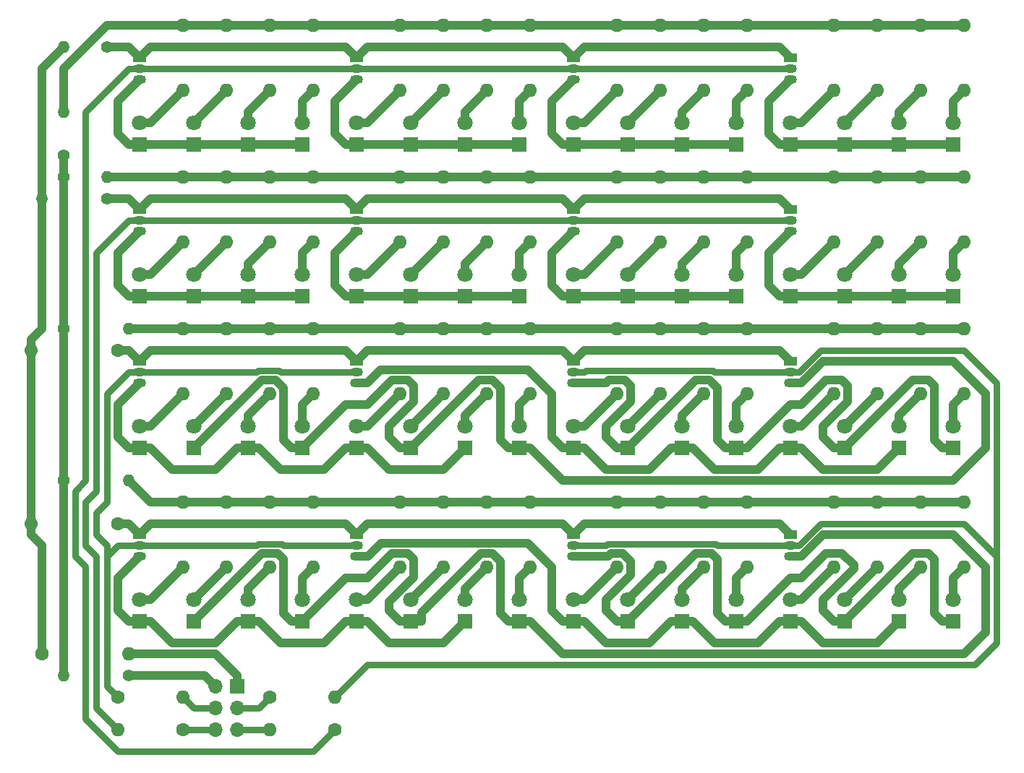
<source format=gbr>
%TF.GenerationSoftware,KiCad,Pcbnew,7.0.10*%
%TF.CreationDate,2024-01-22T13:45:31-05:00*%
%TF.ProjectId,LED_array,4c45445f-6172-4726-9179-2e6b69636164,rev?*%
%TF.SameCoordinates,Original*%
%TF.FileFunction,Copper,L1,Top*%
%TF.FilePolarity,Positive*%
%FSLAX46Y46*%
G04 Gerber Fmt 4.6, Leading zero omitted, Abs format (unit mm)*
G04 Created by KiCad (PCBNEW 7.0.10) date 2024-01-22 13:45:31*
%MOMM*%
%LPD*%
G01*
G04 APERTURE LIST*
%TA.AperFunction,ComponentPad*%
%ADD10O,1.400000X1.400000*%
%TD*%
%TA.AperFunction,ComponentPad*%
%ADD11C,1.400000*%
%TD*%
%TA.AperFunction,ComponentPad*%
%ADD12C,1.600000*%
%TD*%
%TA.AperFunction,ComponentPad*%
%ADD13O,1.600000X1.600000*%
%TD*%
%TA.AperFunction,ComponentPad*%
%ADD14R,1.800000X1.800000*%
%TD*%
%TA.AperFunction,ComponentPad*%
%ADD15C,1.800000*%
%TD*%
%TA.AperFunction,ComponentPad*%
%ADD16R,1.500000X1.050000*%
%TD*%
%TA.AperFunction,ComponentPad*%
%ADD17O,1.500000X1.050000*%
%TD*%
%TA.AperFunction,ComponentPad*%
%ADD18R,1.700000X1.700000*%
%TD*%
%TA.AperFunction,ComponentPad*%
%ADD19O,1.700000X1.700000*%
%TD*%
%TA.AperFunction,ViaPad*%
%ADD20C,0.800000*%
%TD*%
%TA.AperFunction,Conductor*%
%ADD21C,1.000000*%
%TD*%
%TA.AperFunction,Conductor*%
%ADD22C,0.800000*%
%TD*%
G04 APERTURE END LIST*
D10*
%TO.P,R9,2*%
%TO.N,3.3V_3*%
X41910000Y-76200000D03*
D11*
%TO.P,R9,1*%
%TO.N,3.3V*%
X34290000Y-76200000D03*
%TD*%
%TO.P,R6,1*%
%TO.N,3.3V*%
X34290000Y-40640000D03*
D10*
%TO.P,R6,2*%
%TO.N,3.3V_2*%
X39370000Y-40640000D03*
%TD*%
D12*
%TO.P,R10,1*%
%TO.N,GND2*%
X31750000Y-96520000D03*
D13*
%TO.P,R10,2*%
%TO.N,Net-(J1-Pin_1)*%
X41910000Y-96520000D03*
%TD*%
D12*
%TO.P,R14,1*%
%TO.N,GND*%
X40640000Y-81280000D03*
D13*
%TO.P,R14,2*%
%TO.N,GND2*%
X30480000Y-81280000D03*
%TD*%
D12*
%TO.P,R13,1*%
%TO.N,GND*%
X40640000Y-60960000D03*
D13*
%TO.P,R13,2*%
%TO.N,GND2*%
X30480000Y-60960000D03*
%TD*%
D10*
%TO.P,R12,2*%
%TO.N,GND2*%
X31750000Y-43180000D03*
D11*
%TO.P,R12,1*%
%TO.N,GND*%
X39370000Y-43180000D03*
%TD*%
%TO.P,R11,1*%
%TO.N,GND*%
X39370000Y-25400000D03*
D10*
%TO.P,R11,2*%
%TO.N,GND2*%
X34290000Y-25400000D03*
%TD*%
D11*
%TO.P,R7,1*%
%TO.N,3.3V*%
X34290000Y-58420000D03*
D10*
%TO.P,R7,2*%
%TO.N,3.3V_3*%
X41910000Y-58420000D03*
%TD*%
D11*
%TO.P,R5,1*%
%TO.N,3.3V*%
X34290000Y-38100000D03*
D10*
%TO.P,R5,2*%
%TO.N,3.3V_1*%
X34290000Y-33020000D03*
%TD*%
%TO.P,R8,2*%
%TO.N,3.3V*%
X34290000Y-99060000D03*
D11*
%TO.P,R8,1*%
%TO.N,Net-(J1-Pin_2)*%
X41910000Y-99060000D03*
%TD*%
D12*
%TO.P,R2,1*%
%TO.N,Net-(J1-Pin_6)*%
X48260000Y-105410000D03*
D13*
%TO.P,R2,2*%
%TO.N,PWM2*%
X40640000Y-105410000D03*
%TD*%
%TO.P,R1103,1*%
%TO.N,3.3V_2*%
X134620000Y-40640000D03*
%TO.P,R1103,2*%
%TO.N,Net-(D1103-A)*%
X134620000Y-48260000D03*
%TD*%
D12*
%TO.P,R1,1*%
%TO.N,PWM1*%
X66040000Y-105410000D03*
D13*
%TO.P,R1,2*%
%TO.N,Net-(J1-Pin_5)*%
X58420000Y-105410000D03*
%TD*%
%TO.P,R801,1*%
%TO.N,3.3V_2*%
X48260000Y-40640000D03*
%TO.P,R801,2*%
%TO.N,Net-(D801-A)*%
X48260000Y-48260000D03*
%TD*%
%TO.P,R901,1*%
%TO.N,3.3V_2*%
X73660000Y-40640000D03*
%TO.P,R901,2*%
%TO.N,Net-(D901-A)*%
X73660000Y-48260000D03*
%TD*%
D14*
%TO.P,D504,1,K*%
%TO.N,Net-(D501-K)*%
X113030000Y-36830000D03*
D15*
%TO.P,D504,2,A*%
%TO.N,Net-(D504-A)*%
X113030000Y-34290000D03*
%TD*%
D13*
%TO.P,R1602,1*%
%TO.N,3.3V_3*%
X109220000Y-78740000D03*
%TO.P,R1602,2*%
%TO.N,Net-(D1602-A)*%
X109220000Y-86360000D03*
%TD*%
%TO.P,R1803,1*%
%TO.N,3.3V_3*%
X78740000Y-58420000D03*
%TO.P,R1803,2*%
%TO.N,Net-(D1803-A)*%
X78740000Y-66040000D03*
%TD*%
D14*
%TO.P,D1504,1,K*%
%TO.N,Net-(D1501-K)*%
X81280000Y-92710000D03*
D15*
%TO.P,D1504,2,A*%
%TO.N,Net-(D1504-A)*%
X81280000Y-90170000D03*
%TD*%
D13*
%TO.P,R1403,1*%
%TO.N,3.3V_3*%
X124460000Y-58420000D03*
%TO.P,R1403,2*%
%TO.N,Net-(D1403-A)*%
X124460000Y-66040000D03*
%TD*%
D14*
%TO.P,D1004,1,K*%
%TO.N,Net-(D1001-K)*%
X113030000Y-54610000D03*
D15*
%TO.P,D1004,2,A*%
%TO.N,Net-(D1004-A)*%
X113030000Y-52070000D03*
%TD*%
D13*
%TO.P,R1003,1*%
%TO.N,3.3V_2*%
X109220000Y-40640000D03*
%TO.P,R1003,2*%
%TO.N,Net-(D1003-A)*%
X109220000Y-48260000D03*
%TD*%
%TO.P,R1802,1*%
%TO.N,3.3V_3*%
X63500000Y-58420000D03*
%TO.P,R1802,2*%
%TO.N,Net-(D1802-A)*%
X63500000Y-66040000D03*
%TD*%
%TO.P,R2003,1*%
%TO.N,3.3V_3*%
X78740000Y-78740000D03*
%TO.P,R2003,2*%
%TO.N,Net-(D2003-A)*%
X78740000Y-86360000D03*
%TD*%
D14*
%TO.P,D404,1,K*%
%TO.N,Net-(D401-K)*%
X87630000Y-36830000D03*
D15*
%TO.P,D404,2,A*%
%TO.N,Net-(D404-A)*%
X87630000Y-34290000D03*
%TD*%
D14*
%TO.P,D1302,1,K*%
%TO.N,Net-(D1301-K)*%
X55880000Y-72390000D03*
D15*
%TO.P,D1302,2,A*%
%TO.N,Net-(D1302-A)*%
X55880000Y-69850000D03*
%TD*%
D14*
%TO.P,D1603,1,K*%
%TO.N,Net-(D1601-K)*%
X119380000Y-92710000D03*
D15*
%TO.P,D1603,2,A*%
%TO.N,Net-(D1603-A)*%
X119380000Y-90170000D03*
%TD*%
D14*
%TO.P,D802,1,K*%
%TO.N,Net-(D801-K)*%
X49530000Y-54610000D03*
D15*
%TO.P,D802,2,A*%
%TO.N,Net-(D802-A)*%
X49530000Y-52070000D03*
%TD*%
D14*
%TO.P,D804,1,K*%
%TO.N,Net-(D801-K)*%
X62230000Y-54610000D03*
D15*
%TO.P,D804,2,A*%
%TO.N,Net-(D804-A)*%
X62230000Y-52070000D03*
%TD*%
D14*
%TO.P,D1904,1,K*%
%TO.N,Net-(D1901-K)*%
X138430000Y-72390000D03*
D15*
%TO.P,D1904,2,A*%
%TO.N,Net-(D1904-A)*%
X138430000Y-69850000D03*
%TD*%
D13*
%TO.P,R903,1*%
%TO.N,3.3V_2*%
X83820000Y-40640000D03*
%TO.P,R903,2*%
%TO.N,Net-(D903-A)*%
X83820000Y-48260000D03*
%TD*%
%TO.P,R503,1*%
%TO.N,3.3V_1*%
X109220000Y-22850000D03*
%TO.P,R503,2*%
%TO.N,Net-(D503-A)*%
X109220000Y-30470000D03*
%TD*%
%TO.P,R1902,1*%
%TO.N,3.3V_3*%
X114300000Y-58430000D03*
%TO.P,R1902,2*%
%TO.N,Net-(D1902-A)*%
X114300000Y-66050000D03*
%TD*%
%TO.P,R1804,1*%
%TO.N,3.3V_3*%
X88900000Y-58420000D03*
%TO.P,R1804,2*%
%TO.N,Net-(D1804-A)*%
X88900000Y-66040000D03*
%TD*%
%TO.P,R303,1*%
%TO.N,3.3V_1*%
X58420000Y-22860000D03*
%TO.P,R303,2*%
%TO.N,Net-(D303-A)*%
X58420000Y-30480000D03*
%TD*%
D16*
%TO.P,Q1801,1,E*%
%TO.N,GND*%
X119380000Y-62230000D03*
D17*
%TO.P,Q1801,2,B*%
%TO.N,PWM4*%
X119380000Y-63500000D03*
%TO.P,Q1801,3,C*%
%TO.N,Net-(D1801-K)*%
X119380000Y-64770000D03*
%TD*%
D13*
%TO.P,R1303,1*%
%TO.N,3.3V_3*%
X73660000Y-58420000D03*
%TO.P,R1303,2*%
%TO.N,Net-(D1303-A)*%
X73660000Y-66040000D03*
%TD*%
D12*
%TO.P,R4,1*%
%TO.N,Net-(J1-Pin_3)*%
X58420000Y-101615000D03*
D13*
%TO.P,R4,2*%
%TO.N,PWM4*%
X66040000Y-101615000D03*
%TD*%
%TO.P,R301,1*%
%TO.N,3.3V_1*%
X48260000Y-22860000D03*
%TO.P,R301,2*%
%TO.N,Net-(D301-A)*%
X48260000Y-30480000D03*
%TD*%
D14*
%TO.P,D302,1,K*%
%TO.N,Net-(D301-K)*%
X49530000Y-36830000D03*
D15*
%TO.P,D302,2,A*%
%TO.N,Net-(D302-A)*%
X49530000Y-34290000D03*
%TD*%
D14*
%TO.P,D1804,1,K*%
%TO.N,Net-(D1801-K)*%
X87630000Y-72390000D03*
D15*
%TO.P,D1804,2,A*%
%TO.N,Net-(D1804-A)*%
X87630000Y-69850000D03*
%TD*%
D13*
%TO.P,R304,1*%
%TO.N,3.3V_1*%
X63500000Y-22860000D03*
%TO.P,R304,2*%
%TO.N,Net-(D304-A)*%
X63500000Y-30480000D03*
%TD*%
%TO.P,R1903,1*%
%TO.N,3.3V_3*%
X129540000Y-58420000D03*
%TO.P,R1903,2*%
%TO.N,Net-(D1903-A)*%
X129540000Y-66040000D03*
%TD*%
D14*
%TO.P,D1102,1,K*%
%TO.N,Net-(D1101-K)*%
X125730000Y-54610000D03*
D15*
%TO.P,D1102,2,A*%
%TO.N,Net-(D1102-A)*%
X125730000Y-52070000D03*
%TD*%
D13*
%TO.P,R804,1*%
%TO.N,3.3V_2*%
X63500000Y-40640000D03*
%TO.P,R804,2*%
%TO.N,Net-(D804-A)*%
X63500000Y-48260000D03*
%TD*%
%TO.P,R1601,1*%
%TO.N,3.3V_3*%
X99060000Y-78740000D03*
%TO.P,R1601,2*%
%TO.N,Net-(D1601-A)*%
X99060000Y-86360000D03*
%TD*%
%TO.P,R1304,1*%
%TO.N,3.3V_3*%
X83820000Y-58420000D03*
%TO.P,R1304,2*%
%TO.N,Net-(D1304-A)*%
X83820000Y-66040000D03*
%TD*%
D14*
%TO.P,D304,1,K*%
%TO.N,Net-(D301-K)*%
X62230000Y-36830000D03*
D15*
%TO.P,D304,2,A*%
%TO.N,Net-(D304-A)*%
X62230000Y-34290000D03*
%TD*%
D13*
%TO.P,R1002,1*%
%TO.N,3.3V_2*%
X104140000Y-40640000D03*
%TO.P,R1002,2*%
%TO.N,Net-(D1002-A)*%
X104140000Y-48260000D03*
%TD*%
D14*
%TO.P,D601,1,K*%
%TO.N,Net-(D601-K)*%
X119380000Y-36830000D03*
D15*
%TO.P,D601,2,A*%
%TO.N,Net-(D601-A)*%
X119380000Y-34290000D03*
%TD*%
D13*
%TO.P,R1302,1*%
%TO.N,3.3V_3*%
X58420000Y-58420000D03*
%TO.P,R1302,2*%
%TO.N,Net-(D1302-A)*%
X58420000Y-66040000D03*
%TD*%
D14*
%TO.P,D904,1,K*%
%TO.N,Net-(D901-K)*%
X87630000Y-54610000D03*
D15*
%TO.P,D904,2,A*%
%TO.N,Net-(D904-A)*%
X87630000Y-52070000D03*
%TD*%
D16*
%TO.P,Q901,1,E*%
%TO.N,GND*%
X68580000Y-44450000D03*
D17*
%TO.P,Q901,2,B*%
%TO.N,PWM2*%
X68580000Y-45720000D03*
%TO.P,Q901,3,C*%
%TO.N,Net-(D901-K)*%
X68580000Y-46990000D03*
%TD*%
D14*
%TO.P,D2003,1,K*%
%TO.N,Net-(D2001-K)*%
X74930000Y-92710000D03*
D15*
%TO.P,D2003,2,A*%
%TO.N,Net-(D2003-A)*%
X74930000Y-90170000D03*
%TD*%
D13*
%TO.P,R904,1*%
%TO.N,3.3V_2*%
X88900000Y-40640000D03*
%TO.P,R904,2*%
%TO.N,Net-(D904-A)*%
X88900000Y-48260000D03*
%TD*%
%TO.P,R403,1*%
%TO.N,3.3V_1*%
X83820000Y-22860000D03*
%TO.P,R403,2*%
%TO.N,Net-(D403-A)*%
X83820000Y-30480000D03*
%TD*%
%TO.P,R1102,1*%
%TO.N,3.3V_2*%
X129540000Y-40640000D03*
%TO.P,R1102,2*%
%TO.N,Net-(D1102-A)*%
X129540000Y-48260000D03*
%TD*%
D14*
%TO.P,D1803,1,K*%
%TO.N,Net-(D1801-K)*%
X74930000Y-72390000D03*
D15*
%TO.P,D1803,2,A*%
%TO.N,Net-(D1803-A)*%
X74930000Y-69850000D03*
%TD*%
D14*
%TO.P,D1101,1,K*%
%TO.N,Net-(D1101-K)*%
X119380000Y-54610000D03*
D15*
%TO.P,D1101,2,A*%
%TO.N,Net-(D1101-A)*%
X119380000Y-52070000D03*
%TD*%
D14*
%TO.P,D401,1,K*%
%TO.N,Net-(D401-K)*%
X68580000Y-36830000D03*
D15*
%TO.P,D401,2,A*%
%TO.N,Net-(D401-A)*%
X68580000Y-34290000D03*
%TD*%
D13*
%TO.P,R1301,1*%
%TO.N,3.3V_3*%
X48260000Y-58420000D03*
%TO.P,R1301,2*%
%TO.N,Net-(D1301-A)*%
X48260000Y-66040000D03*
%TD*%
%TO.P,R601,1*%
%TO.N,3.3V_1*%
X124460000Y-22850000D03*
%TO.P,R601,2*%
%TO.N,Net-(D601-A)*%
X124460000Y-30470000D03*
%TD*%
D14*
%TO.P,D801,1,K*%
%TO.N,Net-(D801-K)*%
X43180000Y-54610000D03*
D15*
%TO.P,D801,2,A*%
%TO.N,Net-(D801-A)*%
X43180000Y-52070000D03*
%TD*%
D13*
%TO.P,R1503,1*%
%TO.N,3.3V_3*%
X73660000Y-78740000D03*
%TO.P,R1503,2*%
%TO.N,Net-(D1503-A)*%
X73660000Y-86360000D03*
%TD*%
D16*
%TO.P,Q501,1,E*%
%TO.N,GND*%
X93980000Y-26660000D03*
D17*
%TO.P,Q501,2,B*%
%TO.N,PWM1*%
X93980000Y-27930000D03*
%TO.P,Q501,3,C*%
%TO.N,Net-(D501-K)*%
X93980000Y-29200000D03*
%TD*%
D16*
%TO.P,Q801,1,E*%
%TO.N,GND*%
X43180000Y-44450000D03*
D17*
%TO.P,Q801,2,B*%
%TO.N,PWM2*%
X43180000Y-45720000D03*
%TO.P,Q801,3,C*%
%TO.N,Net-(D801-K)*%
X43180000Y-46990000D03*
%TD*%
D12*
%TO.P,R3,1*%
%TO.N,PWM3*%
X40620000Y-101615000D03*
D13*
%TO.P,R3,2*%
%TO.N,Net-(J1-Pin_4)*%
X48240000Y-101615000D03*
%TD*%
D14*
%TO.P,D2103,1,K*%
%TO.N,Net-(D2101-K)*%
X125730000Y-92710000D03*
D15*
%TO.P,D2103,2,A*%
%TO.N,Net-(D2103-A)*%
X125730000Y-90170000D03*
%TD*%
D13*
%TO.P,R2101,1*%
%TO.N,3.3V_3*%
X104140000Y-78740000D03*
%TO.P,R2101,2*%
%TO.N,Net-(D2101-A)*%
X104140000Y-86360000D03*
%TD*%
D16*
%TO.P,Q1401,1,E*%
%TO.N,GND*%
X68580000Y-62230000D03*
D17*
%TO.P,Q1401,2,B*%
%TO.N,PWM3*%
X68580000Y-63500000D03*
%TO.P,Q1401,3,C*%
%TO.N,Net-(D1401-K)*%
X68580000Y-64770000D03*
%TD*%
D14*
%TO.P,D403,1,K*%
%TO.N,Net-(D401-K)*%
X81280000Y-36830000D03*
D15*
%TO.P,D403,2,A*%
%TO.N,Net-(D403-A)*%
X81280000Y-34290000D03*
%TD*%
D16*
%TO.P,Q301,1,E*%
%TO.N,GND*%
X43180000Y-26670000D03*
D17*
%TO.P,Q301,2,B*%
%TO.N,PWM1*%
X43180000Y-27940000D03*
%TO.P,Q301,3,C*%
%TO.N,Net-(D301-K)*%
X43180000Y-29210000D03*
%TD*%
D14*
%TO.P,D2002,1,K*%
%TO.N,Net-(D2001-K)*%
X62230000Y-92710000D03*
D15*
%TO.P,D2002,2,A*%
%TO.N,Net-(D2002-A)*%
X62230000Y-90170000D03*
%TD*%
D14*
%TO.P,D303,1,K*%
%TO.N,Net-(D301-K)*%
X55880000Y-36830000D03*
D15*
%TO.P,D303,2,A*%
%TO.N,Net-(D303-A)*%
X55880000Y-34290000D03*
%TD*%
D14*
%TO.P,D1304,1,K*%
%TO.N,Net-(D1301-K)*%
X81280000Y-72390000D03*
D15*
%TO.P,D1304,2,A*%
%TO.N,Net-(D1304-A)*%
X81280000Y-69850000D03*
%TD*%
D14*
%TO.P,D1903,1,K*%
%TO.N,Net-(D1901-K)*%
X125730000Y-72390000D03*
D15*
%TO.P,D1903,2,A*%
%TO.N,Net-(D1903-A)*%
X125730000Y-69850000D03*
%TD*%
D13*
%TO.P,R603,1*%
%TO.N,3.3V_1*%
X134620000Y-22850000D03*
%TO.P,R603,2*%
%TO.N,Net-(D603-A)*%
X134620000Y-30470000D03*
%TD*%
D14*
%TO.P,D1802,1,K*%
%TO.N,Net-(D1801-K)*%
X62230000Y-72390000D03*
D15*
%TO.P,D1802,2,A*%
%TO.N,Net-(D1802-A)*%
X62230000Y-69850000D03*
%TD*%
D14*
%TO.P,D903,1,K*%
%TO.N,Net-(D901-K)*%
X81280000Y-54610000D03*
D15*
%TO.P,D903,2,A*%
%TO.N,Net-(D903-A)*%
X81280000Y-52070000D03*
%TD*%
D14*
%TO.P,D1801,1,K*%
%TO.N,Net-(D1801-K)*%
X49530000Y-72390000D03*
D15*
%TO.P,D1801,2,A*%
%TO.N,Net-(D1801-A)*%
X49530000Y-69850000D03*
%TD*%
D14*
%TO.P,D603,1,K*%
%TO.N,Net-(D601-K)*%
X132080000Y-36830000D03*
D15*
%TO.P,D603,2,A*%
%TO.N,Net-(D603-A)*%
X132080000Y-34290000D03*
%TD*%
D14*
%TO.P,D1403,1,K*%
%TO.N,Net-(D1401-K)*%
X119380000Y-72390000D03*
D15*
%TO.P,D1403,2,A*%
%TO.N,Net-(D1403-A)*%
X119380000Y-69850000D03*
%TD*%
D13*
%TO.P,R401,1*%
%TO.N,3.3V_1*%
X73660000Y-22860000D03*
%TO.P,R401,2*%
%TO.N,Net-(D401-A)*%
X73660000Y-30480000D03*
%TD*%
D14*
%TO.P,D1303,1,K*%
%TO.N,Net-(D1301-K)*%
X68580000Y-72390000D03*
D15*
%TO.P,D1303,2,A*%
%TO.N,Net-(D1303-A)*%
X68580000Y-69850000D03*
%TD*%
D14*
%TO.P,D2101,1,K*%
%TO.N,Net-(D2101-K)*%
X100330000Y-92710000D03*
D15*
%TO.P,D2101,2,A*%
%TO.N,Net-(D2101-A)*%
X100330000Y-90170000D03*
%TD*%
D13*
%TO.P,R404,1*%
%TO.N,3.3V_1*%
X88900000Y-22860000D03*
%TO.P,R404,2*%
%TO.N,Net-(D404-A)*%
X88900000Y-30480000D03*
%TD*%
D16*
%TO.P,Q601,1,E*%
%TO.N,GND*%
X119380000Y-26660000D03*
D17*
%TO.P,Q601,2,B*%
%TO.N,PWM1*%
X119380000Y-27930000D03*
%TO.P,Q601,3,C*%
%TO.N,Net-(D601-K)*%
X119380000Y-29200000D03*
%TD*%
D13*
%TO.P,R604,1*%
%TO.N,3.3V_1*%
X139700000Y-22850000D03*
%TO.P,R604,2*%
%TO.N,Net-(D604-A)*%
X139700000Y-30470000D03*
%TD*%
D16*
%TO.P,Q1101,1,E*%
%TO.N,GND*%
X119380000Y-44450000D03*
D17*
%TO.P,Q1101,2,B*%
%TO.N,PWM2*%
X119380000Y-45720000D03*
%TO.P,Q1101,3,C*%
%TO.N,Net-(D1101-K)*%
X119380000Y-46990000D03*
%TD*%
D13*
%TO.P,R302,1*%
%TO.N,3.3V_1*%
X53340000Y-22860000D03*
%TO.P,R302,2*%
%TO.N,Net-(D302-A)*%
X53340000Y-30480000D03*
%TD*%
D14*
%TO.P,D1501,1,K*%
%TO.N,Net-(D1501-K)*%
X43180000Y-92710000D03*
D15*
%TO.P,D1501,2,A*%
%TO.N,Net-(D1501-A)*%
X43180000Y-90170000D03*
%TD*%
D14*
%TO.P,D1502,1,K*%
%TO.N,Net-(D1501-K)*%
X55880000Y-92710000D03*
D15*
%TO.P,D1502,2,A*%
%TO.N,Net-(D1502-A)*%
X55880000Y-90170000D03*
%TD*%
D13*
%TO.P,R1801,1*%
%TO.N,3.3V_3*%
X53340000Y-58420000D03*
%TO.P,R1801,2*%
%TO.N,Net-(D1801-A)*%
X53340000Y-66040000D03*
%TD*%
D14*
%TO.P,D301,1,K*%
%TO.N,Net-(D301-K)*%
X43180000Y-36830000D03*
D15*
%TO.P,D301,2,A*%
%TO.N,Net-(D301-A)*%
X43180000Y-34290000D03*
%TD*%
D14*
%TO.P,D604,1,K*%
%TO.N,Net-(D601-K)*%
X138430000Y-36830000D03*
D15*
%TO.P,D604,2,A*%
%TO.N,Net-(D604-A)*%
X138430000Y-34290000D03*
%TD*%
D14*
%TO.P,D1301,1,K*%
%TO.N,Net-(D1301-K)*%
X43180000Y-72390000D03*
D15*
%TO.P,D1301,2,A*%
%TO.N,Net-(D1301-A)*%
X43180000Y-69850000D03*
%TD*%
D14*
%TO.P,D503,1,K*%
%TO.N,Net-(D501-K)*%
X106680000Y-36830000D03*
D15*
%TO.P,D503,2,A*%
%TO.N,Net-(D503-A)*%
X106680000Y-34290000D03*
%TD*%
D13*
%TO.P,R1104,1*%
%TO.N,3.3V_2*%
X139700000Y-40640000D03*
%TO.P,R1104,2*%
%TO.N,Net-(D1104-A)*%
X139700000Y-48260000D03*
%TD*%
D14*
%TO.P,D803,1,K*%
%TO.N,Net-(D801-K)*%
X55880000Y-54610000D03*
D15*
%TO.P,D803,2,A*%
%TO.N,Net-(D803-A)*%
X55880000Y-52070000D03*
%TD*%
D14*
%TO.P,D1002,1,K*%
%TO.N,Net-(D1001-K)*%
X100330000Y-54610000D03*
D15*
%TO.P,D1002,2,A*%
%TO.N,Net-(D1002-A)*%
X100330000Y-52070000D03*
%TD*%
D14*
%TO.P,D1003,1,K*%
%TO.N,Net-(D1001-K)*%
X106680000Y-54610000D03*
D15*
%TO.P,D1003,2,A*%
%TO.N,Net-(D1003-A)*%
X106680000Y-52070000D03*
%TD*%
D14*
%TO.P,D602,1,K*%
%TO.N,Net-(D601-K)*%
X125730000Y-36830000D03*
D15*
%TO.P,D602,2,A*%
%TO.N,Net-(D602-A)*%
X125730000Y-34290000D03*
%TD*%
D14*
%TO.P,D1602,1,K*%
%TO.N,Net-(D1601-K)*%
X106680000Y-92710000D03*
D15*
%TO.P,D1602,2,A*%
%TO.N,Net-(D1602-A)*%
X106680000Y-90170000D03*
%TD*%
D13*
%TO.P,R1504,1*%
%TO.N,3.3V_3*%
X83820000Y-78740000D03*
%TO.P,R1504,2*%
%TO.N,Net-(D1504-A)*%
X83820000Y-86360000D03*
%TD*%
%TO.P,R1004,1*%
%TO.N,3.3V_2*%
X114300000Y-40640000D03*
%TO.P,R1004,2*%
%TO.N,Net-(D1004-A)*%
X114300000Y-48260000D03*
%TD*%
%TO.P,R1402,1*%
%TO.N,3.3V_3*%
X109220000Y-58420000D03*
%TO.P,R1402,2*%
%TO.N,Net-(D1402-A)*%
X109220000Y-66040000D03*
%TD*%
D14*
%TO.P,D1402,1,K*%
%TO.N,Net-(D1401-K)*%
X106680000Y-72390000D03*
D15*
%TO.P,D1402,2,A*%
%TO.N,Net-(D1402-A)*%
X106680000Y-69850000D03*
%TD*%
D16*
%TO.P,Q401,1,E*%
%TO.N,GND*%
X68580000Y-26670000D03*
D17*
%TO.P,Q401,2,B*%
%TO.N,PWM1*%
X68580000Y-27940000D03*
%TO.P,Q401,3,C*%
%TO.N,Net-(D401-K)*%
X68580000Y-29210000D03*
%TD*%
D18*
%TO.P,J1,1,Pin_1*%
%TO.N,Net-(J1-Pin_1)*%
X54610000Y-100345000D03*
D19*
%TO.P,J1,2,Pin_2*%
%TO.N,Net-(J1-Pin_2)*%
X52070000Y-100345000D03*
%TO.P,J1,3,Pin_3*%
%TO.N,Net-(J1-Pin_3)*%
X54610000Y-102885000D03*
%TO.P,J1,4,Pin_4*%
%TO.N,Net-(J1-Pin_4)*%
X52070000Y-102885000D03*
%TO.P,J1,5,Pin_5*%
%TO.N,Net-(J1-Pin_5)*%
X54610000Y-105425000D03*
%TO.P,J1,6,Pin_6*%
%TO.N,Net-(J1-Pin_6)*%
X52070000Y-105425000D03*
%TD*%
D14*
%TO.P,D1901,1,K*%
%TO.N,Net-(D1901-K)*%
X100330000Y-72390000D03*
D15*
%TO.P,D1901,2,A*%
%TO.N,Net-(D1901-A)*%
X100330000Y-69850000D03*
%TD*%
D14*
%TO.P,D1001,1,K*%
%TO.N,Net-(D1001-K)*%
X93980000Y-54610000D03*
D15*
%TO.P,D1001,2,A*%
%TO.N,Net-(D1001-A)*%
X93980000Y-52070000D03*
%TD*%
D13*
%TO.P,R602,1*%
%TO.N,3.3V_1*%
X129540000Y-22850000D03*
%TO.P,R602,2*%
%TO.N,Net-(D602-A)*%
X129540000Y-30470000D03*
%TD*%
D14*
%TO.P,D2104,1,K*%
%TO.N,Net-(D2101-K)*%
X138430000Y-92710000D03*
D15*
%TO.P,D2104,2,A*%
%TO.N,Net-(D2104-A)*%
X138430000Y-90170000D03*
%TD*%
D13*
%TO.P,R504,1*%
%TO.N,3.3V_1*%
X114300000Y-22860000D03*
%TO.P,R504,2*%
%TO.N,Net-(D504-A)*%
X114300000Y-30480000D03*
%TD*%
D14*
%TO.P,D2004,1,K*%
%TO.N,Net-(D2001-K)*%
X87630000Y-92710000D03*
D15*
%TO.P,D2004,2,A*%
%TO.N,Net-(D2004-A)*%
X87630000Y-90170000D03*
%TD*%
D13*
%TO.P,R2004,1*%
%TO.N,3.3V_3*%
X88900000Y-78740000D03*
%TO.P,R2004,2*%
%TO.N,Net-(D2004-A)*%
X88900000Y-86360000D03*
%TD*%
%TO.P,R2103,1*%
%TO.N,3.3V_3*%
X129540000Y-78740000D03*
%TO.P,R2103,2*%
%TO.N,Net-(D2103-A)*%
X129540000Y-86360000D03*
%TD*%
D14*
%TO.P,D2001,1,K*%
%TO.N,Net-(D2001-K)*%
X49530000Y-92710000D03*
D15*
%TO.P,D2001,2,A*%
%TO.N,Net-(D2001-A)*%
X49530000Y-90170000D03*
%TD*%
D13*
%TO.P,R1502,1*%
%TO.N,3.3V_3*%
X58420000Y-78740000D03*
%TO.P,R1502,2*%
%TO.N,Net-(D1502-A)*%
X58420000Y-86360000D03*
%TD*%
D14*
%TO.P,D2102,1,K*%
%TO.N,Net-(D2101-K)*%
X113030000Y-92710000D03*
D15*
%TO.P,D2102,2,A*%
%TO.N,Net-(D2102-A)*%
X113030000Y-90170000D03*
%TD*%
D14*
%TO.P,D1401,1,K*%
%TO.N,Net-(D1401-K)*%
X93980000Y-72390000D03*
D15*
%TO.P,D1401,2,A*%
%TO.N,Net-(D1401-A)*%
X93980000Y-69850000D03*
%TD*%
D13*
%TO.P,R1101,1*%
%TO.N,3.3V_2*%
X124460000Y-40640000D03*
%TO.P,R1101,2*%
%TO.N,Net-(D1101-A)*%
X124460000Y-48260000D03*
%TD*%
%TO.P,R1603,1*%
%TO.N,3.3V_3*%
X124460000Y-78740000D03*
%TO.P,R1603,2*%
%TO.N,Net-(D1603-A)*%
X124460000Y-86360000D03*
%TD*%
D16*
%TO.P,Q1901,1,E*%
%TO.N,GND*%
X93980000Y-62230000D03*
D17*
%TO.P,Q1901,2,B*%
%TO.N,PWM4*%
X93980000Y-63500000D03*
%TO.P,Q1901,3,C*%
%TO.N,Net-(D1901-K)*%
X93980000Y-64770000D03*
%TD*%
D13*
%TO.P,R802,1*%
%TO.N,3.3V_2*%
X53340000Y-40640000D03*
%TO.P,R802,2*%
%TO.N,Net-(D802-A)*%
X53340000Y-48260000D03*
%TD*%
D14*
%TO.P,D901,1,K*%
%TO.N,Net-(D901-K)*%
X68580000Y-54610000D03*
D15*
%TO.P,D901,2,A*%
%TO.N,Net-(D901-A)*%
X68580000Y-52070000D03*
%TD*%
D16*
%TO.P,Q1001,1,E*%
%TO.N,GND*%
X93980000Y-44450000D03*
D17*
%TO.P,Q1001,2,B*%
%TO.N,PWM2*%
X93980000Y-45720000D03*
%TO.P,Q1001,3,C*%
%TO.N,Net-(D1001-K)*%
X93980000Y-46990000D03*
%TD*%
D13*
%TO.P,R2104,1*%
%TO.N,3.3V_3*%
X139700000Y-78740000D03*
%TO.P,R2104,2*%
%TO.N,Net-(D2104-A)*%
X139700000Y-86360000D03*
%TD*%
D14*
%TO.P,D1404,1,K*%
%TO.N,Net-(D1401-K)*%
X132080000Y-72390000D03*
D15*
%TO.P,D1404,2,A*%
%TO.N,Net-(D1404-A)*%
X132080000Y-69850000D03*
%TD*%
D14*
%TO.P,D502,1,K*%
%TO.N,Net-(D501-K)*%
X100330000Y-36830000D03*
D15*
%TO.P,D502,2,A*%
%TO.N,Net-(D502-A)*%
X100330000Y-34290000D03*
%TD*%
D13*
%TO.P,R803,1*%
%TO.N,3.3V_2*%
X58420000Y-40640000D03*
%TO.P,R803,2*%
%TO.N,Net-(D803-A)*%
X58420000Y-48260000D03*
%TD*%
%TO.P,R902,1*%
%TO.N,3.3V_2*%
X78740000Y-40640000D03*
%TO.P,R902,2*%
%TO.N,Net-(D902-A)*%
X78740000Y-48260000D03*
%TD*%
D14*
%TO.P,D1103,1,K*%
%TO.N,Net-(D1101-K)*%
X132080000Y-54610000D03*
D15*
%TO.P,D1103,2,A*%
%TO.N,Net-(D1103-A)*%
X132080000Y-52070000D03*
%TD*%
D14*
%TO.P,D501,1,K*%
%TO.N,Net-(D501-K)*%
X93980000Y-36830000D03*
D15*
%TO.P,D501,2,A*%
%TO.N,Net-(D501-A)*%
X93980000Y-34290000D03*
%TD*%
D13*
%TO.P,R2102,1*%
%TO.N,3.3V_3*%
X114300000Y-78740000D03*
%TO.P,R2102,2*%
%TO.N,Net-(D2102-A)*%
X114300000Y-86360000D03*
%TD*%
%TO.P,R501,1*%
%TO.N,3.3V_1*%
X99060000Y-22850000D03*
%TO.P,R501,2*%
%TO.N,Net-(D501-A)*%
X99060000Y-30470000D03*
%TD*%
%TO.P,R1901,1*%
%TO.N,3.3V_3*%
X104140000Y-58420000D03*
%TO.P,R1901,2*%
%TO.N,Net-(D1901-A)*%
X104140000Y-66040000D03*
%TD*%
D14*
%TO.P,D1604,1,K*%
%TO.N,Net-(D1601-K)*%
X132080000Y-92710000D03*
D15*
%TO.P,D1604,2,A*%
%TO.N,Net-(D1604-A)*%
X132080000Y-90170000D03*
%TD*%
D13*
%TO.P,R1501,1*%
%TO.N,3.3V_3*%
X48260000Y-78740000D03*
%TO.P,R1501,2*%
%TO.N,Net-(D1501-A)*%
X48260000Y-86360000D03*
%TD*%
%TO.P,R1404,1*%
%TO.N,3.3V_3*%
X134620000Y-58420000D03*
%TO.P,R1404,2*%
%TO.N,Net-(D1404-A)*%
X134620000Y-66040000D03*
%TD*%
D16*
%TO.P,Q1501,1,E*%
%TO.N,GND*%
X43180000Y-82550000D03*
D17*
%TO.P,Q1501,2,B*%
%TO.N,PWM3*%
X43180000Y-83820000D03*
%TO.P,Q1501,3,C*%
%TO.N,Net-(D1501-K)*%
X43180000Y-85090000D03*
%TD*%
D13*
%TO.P,R1001,1*%
%TO.N,3.3V_2*%
X99060000Y-40640000D03*
%TO.P,R1001,2*%
%TO.N,Net-(D1001-A)*%
X99060000Y-48260000D03*
%TD*%
D16*
%TO.P,Q1301,1,E*%
%TO.N,GND*%
X43180000Y-62230000D03*
D17*
%TO.P,Q1301,2,B*%
%TO.N,PWM3*%
X43180000Y-63500000D03*
%TO.P,Q1301,3,C*%
%TO.N,Net-(D1301-K)*%
X43180000Y-64770000D03*
%TD*%
D13*
%TO.P,R1604,1*%
%TO.N,3.3V_3*%
X134620000Y-78740000D03*
%TO.P,R1604,2*%
%TO.N,Net-(D1604-A)*%
X134620000Y-86360000D03*
%TD*%
D14*
%TO.P,D902,1,K*%
%TO.N,Net-(D901-K)*%
X74930000Y-54610000D03*
D15*
%TO.P,D902,2,A*%
%TO.N,Net-(D902-A)*%
X74930000Y-52070000D03*
%TD*%
D16*
%TO.P,Q2101,1,E*%
%TO.N,GND*%
X93980000Y-82550000D03*
D17*
%TO.P,Q2101,2,B*%
%TO.N,PWM4*%
X93980000Y-83820000D03*
%TO.P,Q2101,3,C*%
%TO.N,Net-(D2101-K)*%
X93980000Y-85090000D03*
%TD*%
D14*
%TO.P,D1601,1,K*%
%TO.N,Net-(D1601-K)*%
X93980000Y-92710000D03*
D15*
%TO.P,D1601,2,A*%
%TO.N,Net-(D1601-A)*%
X93980000Y-90170000D03*
%TD*%
D13*
%TO.P,R1904,1*%
%TO.N,3.3V_3*%
X139700000Y-58420000D03*
%TO.P,R1904,2*%
%TO.N,Net-(D1904-A)*%
X139700000Y-66040000D03*
%TD*%
%TO.P,R1401,1*%
%TO.N,3.3V_3*%
X99060000Y-58420000D03*
%TO.P,R1401,2*%
%TO.N,Net-(D1401-A)*%
X99060000Y-66040000D03*
%TD*%
D14*
%TO.P,D1104,1,K*%
%TO.N,Net-(D1101-K)*%
X138430000Y-54610000D03*
D15*
%TO.P,D1104,2,A*%
%TO.N,Net-(D1104-A)*%
X138430000Y-52070000D03*
%TD*%
D16*
%TO.P,Q1601,1,E*%
%TO.N,GND*%
X68580000Y-82550000D03*
D17*
%TO.P,Q1601,2,B*%
%TO.N,PWM3*%
X68580000Y-83820000D03*
%TO.P,Q1601,3,C*%
%TO.N,Net-(D1601-K)*%
X68580000Y-85090000D03*
%TD*%
D14*
%TO.P,D1503,1,K*%
%TO.N,Net-(D1501-K)*%
X68580000Y-92710000D03*
D15*
%TO.P,D1503,2,A*%
%TO.N,Net-(D1503-A)*%
X68580000Y-90170000D03*
%TD*%
D13*
%TO.P,R2002,1*%
%TO.N,3.3V_3*%
X63500000Y-78740000D03*
%TO.P,R2002,2*%
%TO.N,Net-(D2002-A)*%
X63500000Y-86360000D03*
%TD*%
%TO.P,R502,1*%
%TO.N,3.3V_1*%
X104140000Y-22850000D03*
%TO.P,R502,2*%
%TO.N,Net-(D502-A)*%
X104140000Y-30470000D03*
%TD*%
%TO.P,R402,1*%
%TO.N,3.3V_1*%
X78740000Y-22860000D03*
%TO.P,R402,2*%
%TO.N,Net-(D402-A)*%
X78740000Y-30480000D03*
%TD*%
%TO.P,R2001,1*%
%TO.N,3.3V_3*%
X53340000Y-78740000D03*
%TO.P,R2001,2*%
%TO.N,Net-(D2001-A)*%
X53340000Y-86360000D03*
%TD*%
D14*
%TO.P,D402,1,K*%
%TO.N,Net-(D401-K)*%
X74930000Y-36830000D03*
D15*
%TO.P,D402,2,A*%
%TO.N,Net-(D402-A)*%
X74930000Y-34290000D03*
%TD*%
D16*
%TO.P,Q2001,1,E*%
%TO.N,GND*%
X119380000Y-82550000D03*
D17*
%TO.P,Q2001,2,B*%
%TO.N,PWM4*%
X119380000Y-83820000D03*
%TO.P,Q2001,3,C*%
%TO.N,Net-(D2001-K)*%
X119380000Y-85090000D03*
%TD*%
D14*
%TO.P,D1902,1,K*%
%TO.N,Net-(D1901-K)*%
X113030000Y-72390000D03*
D15*
%TO.P,D1902,2,A*%
%TO.N,Net-(D1902-A)*%
X113030000Y-69850000D03*
%TD*%
D20*
%TO.N,3.3V_3*%
X45720000Y-58420000D03*
X45720000Y-78740000D03*
%TD*%
D21*
%TO.N,3.3V_2*%
X48260000Y-40640000D02*
X39370000Y-40640000D01*
%TO.N,3.3V*%
X34290000Y-38100000D02*
X34290000Y-40640000D01*
%TO.N,3.3V_3*%
X48260000Y-78740000D02*
X45720000Y-78740000D01*
X44450000Y-78740000D02*
X45720000Y-78740000D01*
X41910000Y-76200000D02*
X44450000Y-78740000D01*
X48260000Y-78740000D02*
X139700000Y-78740000D01*
D22*
%TO.N,PWM4*%
X97781623Y-83820000D02*
X93980000Y-83820000D01*
X97941623Y-83660000D02*
X97781623Y-83820000D01*
X110775635Y-83820000D02*
X110615635Y-83660000D01*
X119380000Y-83820000D02*
X110775635Y-83820000D01*
X110615635Y-83660000D02*
X97941623Y-83660000D01*
D21*
%TO.N,Net-(J1-Pin_1)*%
X54610000Y-99060000D02*
X54610000Y-100345000D01*
X52070000Y-96520000D02*
X54610000Y-99060000D01*
X41910000Y-96520000D02*
X52070000Y-96520000D01*
%TO.N,GND2*%
X30480000Y-82550000D02*
X31750000Y-83820000D01*
X30480000Y-59690000D02*
X30480000Y-82550000D01*
X31750000Y-83820000D02*
X31750000Y-96520000D01*
X31750000Y-58420000D02*
X30480000Y-59690000D01*
X31750000Y-43180000D02*
X31750000Y-58420000D01*
%TO.N,GND*%
X41910000Y-81280000D02*
X40640000Y-81280000D01*
X43180000Y-82550000D02*
X41910000Y-81280000D01*
D22*
%TO.N,PWM1*%
X41910000Y-27940000D02*
X43180000Y-27940000D01*
X36830000Y-33020000D02*
X41910000Y-27940000D01*
X36830000Y-76230000D02*
X36830000Y-33020000D01*
X35590000Y-77470000D02*
X36830000Y-76230000D01*
X36830000Y-86330000D02*
X35590000Y-85090000D01*
X36830000Y-104140000D02*
X36830000Y-86330000D01*
X40640000Y-107950000D02*
X36830000Y-104140000D01*
X35590000Y-85090000D02*
X35590000Y-77470000D01*
X63500000Y-107950000D02*
X40640000Y-107950000D01*
X66040000Y-105410000D02*
X63500000Y-107950000D01*
%TO.N,PWM2*%
X38100000Y-77470000D02*
X38100000Y-49530000D01*
X36830000Y-83820000D02*
X36830000Y-78740000D01*
X36830000Y-78740000D02*
X38100000Y-77470000D01*
X38100000Y-85090000D02*
X36830000Y-83820000D01*
X38100000Y-102870000D02*
X38100000Y-85090000D01*
X41910000Y-45720000D02*
X43180000Y-45720000D01*
X40640000Y-105410000D02*
X38100000Y-102870000D01*
X38100000Y-49530000D02*
X41910000Y-45720000D01*
%TO.N,PWM3*%
X39370000Y-83820000D02*
X39370000Y-85090000D01*
X38100000Y-82550000D02*
X39370000Y-83820000D01*
X38100000Y-80010000D02*
X38100000Y-82550000D01*
X39370000Y-66040000D02*
X39370000Y-78740000D01*
X41910000Y-63500000D02*
X39370000Y-66040000D01*
X43180000Y-63500000D02*
X41910000Y-63500000D01*
X39370000Y-78740000D02*
X38100000Y-80010000D01*
X39370000Y-85090000D02*
X39370000Y-100365000D01*
D21*
%TO.N,GND*%
X41910000Y-60960000D02*
X40640000Y-60960000D01*
X43180000Y-62230000D02*
X41910000Y-60960000D01*
%TO.N,GND2*%
X31750000Y-27940000D02*
X31750000Y-43180000D01*
%TO.N,GND*%
X41910000Y-43180000D02*
X39370000Y-43180000D01*
X43180000Y-44450000D02*
X41910000Y-43180000D01*
%TO.N,GND2*%
X34290000Y-25400000D02*
X31750000Y-27940000D01*
%TO.N,GND*%
X41910000Y-25400000D02*
X39370000Y-25400000D01*
X43180000Y-26670000D02*
X41910000Y-25400000D01*
%TO.N,3.3V_1*%
X34290000Y-27940000D02*
X34290000Y-33020000D01*
X39370000Y-22860000D02*
X34290000Y-27940000D01*
X48260000Y-22860000D02*
X39370000Y-22860000D01*
D22*
%TO.N,PWM4*%
X143510000Y-64770000D02*
X143510000Y-85090000D01*
X139700000Y-60960000D02*
X143510000Y-64770000D01*
D21*
%TO.N,3.3V*%
X34290000Y-78740000D02*
X34290000Y-99060000D01*
%TO.N,Net-(J1-Pin_2)*%
X50785000Y-99060000D02*
X52070000Y-100345000D01*
X41910000Y-99060000D02*
X50785000Y-99060000D01*
%TO.N,3.3V*%
X34290000Y-40640000D02*
X34290000Y-78740000D01*
%TO.N,3.3V_3*%
X48260000Y-58420000D02*
X41910000Y-58420000D01*
%TO.N,Net-(D301-K)*%
X40640000Y-31750000D02*
X43180000Y-29210000D01*
X40640000Y-35560000D02*
X40640000Y-31750000D01*
X43180000Y-36830000D02*
X41910000Y-36830000D01*
X43180000Y-36830000D02*
X62230000Y-36830000D01*
X41910000Y-36830000D02*
X40640000Y-35560000D01*
%TO.N,3.3V_2*%
X48260000Y-40640000D02*
X139700000Y-40640000D01*
%TO.N,3.3V_3*%
X48260000Y-58420000D02*
X139700000Y-58420000D01*
%TO.N,3.3V_1*%
X139690000Y-22860000D02*
X139700000Y-22850000D01*
X48260000Y-22860000D02*
X139690000Y-22860000D01*
%TO.N,Net-(D401-K)*%
X66040000Y-31750000D02*
X66040000Y-35560000D01*
X68580000Y-36830000D02*
X87630000Y-36830000D01*
X67310000Y-36830000D02*
X68580000Y-36830000D01*
X66040000Y-35560000D02*
X67310000Y-36830000D01*
X68580000Y-29210000D02*
X66040000Y-31750000D01*
%TO.N,Net-(D501-K)*%
X93980000Y-29200000D02*
X93980000Y-29210000D01*
X92710000Y-36830000D02*
X93980000Y-36830000D01*
X91440000Y-35560000D02*
X92710000Y-36830000D01*
X91440000Y-31750000D02*
X91440000Y-35560000D01*
X93980000Y-36830000D02*
X113030000Y-36830000D01*
X93980000Y-29210000D02*
X91440000Y-31750000D01*
%TO.N,Net-(D601-K)*%
X116840000Y-31750000D02*
X116840000Y-35560000D01*
X118110000Y-36830000D02*
X119380000Y-36830000D01*
X119380000Y-29210000D02*
X116840000Y-31750000D01*
X119380000Y-29200000D02*
X119380000Y-29210000D01*
X116840000Y-35560000D02*
X118110000Y-36830000D01*
X119380000Y-36830000D02*
X138430000Y-36830000D01*
%TO.N,Net-(D801-K)*%
X43180000Y-54610000D02*
X62230000Y-54610000D01*
X40640000Y-49530000D02*
X43180000Y-46990000D01*
X43180000Y-54610000D02*
X41910000Y-54610000D01*
X40640000Y-53340000D02*
X40640000Y-49530000D01*
X41910000Y-54610000D02*
X40640000Y-53340000D01*
%TO.N,Net-(D901-K)*%
X68580000Y-54610000D02*
X67310000Y-54610000D01*
X66040000Y-49530000D02*
X68580000Y-46990000D01*
X67310000Y-54610000D02*
X66040000Y-53340000D01*
X68580000Y-54610000D02*
X87630000Y-54610000D01*
X66040000Y-53340000D02*
X66040000Y-49530000D01*
%TO.N,Net-(D1001-K)*%
X91440000Y-49530000D02*
X91440000Y-53340000D01*
X93980000Y-54610000D02*
X113030000Y-54610000D01*
X93980000Y-46990000D02*
X91440000Y-49530000D01*
X91440000Y-53340000D02*
X92710000Y-54610000D01*
X92710000Y-54610000D02*
X93980000Y-54610000D01*
%TO.N,Net-(D1101-K)*%
X116840000Y-49530000D02*
X116840000Y-53340000D01*
X118110000Y-54610000D02*
X119380000Y-54610000D01*
X116840000Y-53340000D02*
X118110000Y-54610000D01*
X119380000Y-54610000D02*
X138430000Y-54610000D01*
X119380000Y-46990000D02*
X116840000Y-49530000D01*
%TO.N,Net-(D1301-K)*%
X64770000Y-74930000D02*
X67310000Y-72390000D01*
X46990000Y-74930000D02*
X52070000Y-74930000D01*
X54610000Y-72390000D02*
X57150000Y-72390000D01*
X41910000Y-72390000D02*
X44450000Y-72390000D01*
X72390000Y-74930000D02*
X78740000Y-74930000D01*
X78740000Y-74930000D02*
X81280000Y-72390000D01*
X40640000Y-71120000D02*
X41910000Y-72390000D01*
X69850000Y-72390000D02*
X72390000Y-74930000D01*
X57150000Y-72390000D02*
X59690000Y-74930000D01*
X67310000Y-72390000D02*
X69850000Y-72390000D01*
X43180000Y-64770000D02*
X40640000Y-67310000D01*
X44450000Y-72390000D02*
X46990000Y-74930000D01*
X40640000Y-67310000D02*
X40640000Y-71120000D01*
X59690000Y-74930000D02*
X64770000Y-74930000D01*
X52070000Y-74930000D02*
X54610000Y-72390000D01*
%TO.N,Net-(D1401-K)*%
X110490000Y-74930000D02*
X115570000Y-74930000D01*
X95250000Y-72390000D02*
X97790000Y-74930000D01*
X115570000Y-74930000D02*
X118110000Y-72390000D01*
X97790000Y-74930000D02*
X102870000Y-74930000D01*
X123190000Y-74930000D02*
X129540000Y-74930000D01*
X69850000Y-64770000D02*
X71120000Y-63500000D01*
X107950000Y-72390000D02*
X110490000Y-74930000D01*
X91440000Y-71120000D02*
X91440000Y-66040000D01*
X88640000Y-63240000D02*
X71380000Y-63240000D01*
X93980000Y-72390000D02*
X95250000Y-72390000D01*
X92710000Y-72390000D02*
X91440000Y-71120000D01*
X71380000Y-63240000D02*
X69850000Y-64770000D01*
X68580000Y-64770000D02*
X69850000Y-64770000D01*
X129540000Y-74930000D02*
X132080000Y-72390000D01*
X118110000Y-72390000D02*
X120650000Y-72390000D01*
X102870000Y-74930000D02*
X105410000Y-72390000D01*
X105410000Y-72390000D02*
X107950000Y-72390000D01*
X91440000Y-66040000D02*
X88640000Y-63240000D01*
X93980000Y-72390000D02*
X92710000Y-72390000D01*
X120650000Y-72390000D02*
X123190000Y-74930000D01*
%TO.N,Net-(D1501-K)*%
X43180000Y-92710000D02*
X41910000Y-92710000D01*
X72390000Y-95250000D02*
X78740000Y-95250000D01*
X67310000Y-92710000D02*
X69850000Y-92710000D01*
X57150000Y-92710000D02*
X59690000Y-95250000D01*
X44450000Y-92710000D02*
X46990000Y-95250000D01*
X78740000Y-95250000D02*
X81280000Y-92710000D01*
X54610000Y-92710000D02*
X57150000Y-92710000D01*
X43180000Y-92710000D02*
X44450000Y-92710000D01*
X40640000Y-87630000D02*
X43180000Y-85090000D01*
X46990000Y-95250000D02*
X52070000Y-95250000D01*
X52070000Y-95250000D02*
X54610000Y-92710000D01*
X59690000Y-95250000D02*
X64770000Y-95250000D01*
X69850000Y-92710000D02*
X72390000Y-95250000D01*
X41910000Y-92710000D02*
X40640000Y-91440000D01*
X40640000Y-91440000D02*
X40640000Y-87630000D01*
X64770000Y-95250000D02*
X67310000Y-92710000D01*
%TO.N,Net-(D1601-K)*%
X105410000Y-92710000D02*
X107950000Y-92710000D01*
X93980000Y-92710000D02*
X92710000Y-92710000D01*
X110490000Y-95250000D02*
X115570000Y-95250000D01*
X129540000Y-95250000D02*
X132080000Y-92710000D01*
X120650000Y-92710000D02*
X123190000Y-95250000D01*
X102870000Y-95250000D02*
X105410000Y-92710000D01*
X93980000Y-92710000D02*
X95250000Y-92710000D01*
X115570000Y-95250000D02*
X118110000Y-92710000D01*
X107950000Y-92710000D02*
X110490000Y-95250000D01*
X71410000Y-83560000D02*
X69880000Y-85090000D01*
X88640000Y-83560000D02*
X71410000Y-83560000D01*
X123190000Y-95250000D02*
X129540000Y-95250000D01*
X118110000Y-92710000D02*
X120650000Y-92710000D01*
X92710000Y-92710000D02*
X91440000Y-91440000D01*
X95250000Y-92710000D02*
X97790000Y-95250000D01*
X97790000Y-95250000D02*
X102870000Y-95250000D01*
X69880000Y-85090000D02*
X68580000Y-85090000D01*
X91440000Y-91440000D02*
X91440000Y-86360000D01*
X91440000Y-86360000D02*
X88640000Y-83560000D01*
%TO.N,Net-(D1801-K)*%
X142240000Y-66040000D02*
X142240000Y-72390000D01*
X49530000Y-72390000D02*
X57480000Y-64440000D01*
X69850000Y-67310000D02*
X72720000Y-64440000D01*
X73660000Y-72390000D02*
X74930000Y-72390000D01*
X75260000Y-65100000D02*
X75260000Y-66980000D01*
X57480000Y-64440000D02*
X59082742Y-64440000D01*
X84482742Y-64440000D02*
X85420000Y-65377258D01*
X119380000Y-64770000D02*
X120650000Y-64770000D01*
X120650000Y-64770000D02*
X123190000Y-62230000D01*
X88900000Y-72390000D02*
X87630000Y-72390000D01*
X138430000Y-76200000D02*
X92710000Y-76200000D01*
X72390000Y-71120000D02*
X73660000Y-72390000D01*
X86360000Y-72390000D02*
X87630000Y-72390000D01*
X62230000Y-72390000D02*
X67310000Y-67310000D01*
X85420000Y-71450000D02*
X86360000Y-72390000D01*
X72390000Y-69850000D02*
X72390000Y-71120000D01*
X82880000Y-64440000D02*
X84482742Y-64440000D01*
X60020000Y-71450000D02*
X60960000Y-72390000D01*
X59082742Y-64440000D02*
X60020000Y-65377258D01*
X67310000Y-67310000D02*
X69850000Y-67310000D01*
X74600000Y-64440000D02*
X75260000Y-65100000D01*
X85420000Y-65377258D02*
X85420000Y-71450000D01*
X138430000Y-62230000D02*
X142240000Y-66040000D01*
X142240000Y-72390000D02*
X138430000Y-76200000D01*
X123190000Y-62230000D02*
X138430000Y-62230000D01*
X75260000Y-66980000D02*
X72390000Y-69850000D01*
X60020000Y-65377258D02*
X60020000Y-71450000D01*
X74930000Y-72390000D02*
X82880000Y-64440000D01*
X92710000Y-76200000D02*
X88900000Y-72390000D01*
X60960000Y-72390000D02*
X62230000Y-72390000D01*
X72720000Y-64440000D02*
X74600000Y-64440000D01*
%TO.N,Net-(D1901-K)*%
X119380000Y-67310000D02*
X120650000Y-67310000D01*
X97790000Y-64770000D02*
X93980000Y-64770000D01*
X137160000Y-72390000D02*
X138430000Y-72390000D01*
X98120000Y-64440000D02*
X97790000Y-64770000D01*
X123520000Y-64440000D02*
X125400000Y-64440000D01*
X99060000Y-72390000D02*
X100330000Y-72390000D01*
X113030000Y-72390000D02*
X114300000Y-72390000D01*
X123190000Y-71120000D02*
X124460000Y-72390000D01*
X97790000Y-69850000D02*
X100660000Y-66980000D01*
X124460000Y-72390000D02*
X125730000Y-72390000D01*
X136220000Y-65100000D02*
X136220000Y-71450000D01*
X133680000Y-64440000D02*
X135560000Y-64440000D01*
X126060000Y-65100000D02*
X126060000Y-66980000D01*
X110820000Y-71450000D02*
X110820000Y-65377258D01*
X125400000Y-64440000D02*
X126060000Y-65100000D01*
X100660000Y-66980000D02*
X100660000Y-65100000D01*
X110820000Y-65377258D02*
X109882742Y-64440000D01*
X109882742Y-64440000D02*
X108280000Y-64440000D01*
X100660000Y-65100000D02*
X100000000Y-64440000D01*
X113030000Y-72390000D02*
X111760000Y-72390000D01*
X136220000Y-71450000D02*
X137160000Y-72390000D01*
X125730000Y-72390000D02*
X133680000Y-64440000D01*
X120650000Y-67310000D02*
X123520000Y-64440000D01*
X126060000Y-66980000D02*
X123190000Y-69850000D01*
X108280000Y-64440000D02*
X100330000Y-72390000D01*
X97790000Y-71120000D02*
X99060000Y-72390000D01*
X111760000Y-72390000D02*
X110820000Y-71450000D01*
X97790000Y-69850000D02*
X97790000Y-71120000D01*
X100000000Y-64440000D02*
X98120000Y-64440000D01*
X135560000Y-64440000D02*
X136220000Y-65100000D01*
X114300000Y-72390000D02*
X119380000Y-67310000D01*
X123190000Y-69850000D02*
X123190000Y-71120000D01*
%TO.N,Net-(D2001-K)*%
X72390000Y-90447258D02*
X72390000Y-91440000D01*
X123190000Y-82550000D02*
X138430000Y-82550000D01*
X85420000Y-91770000D02*
X86360000Y-92710000D01*
X72390000Y-91440000D02*
X73660000Y-92710000D01*
X60020000Y-85420000D02*
X60020000Y-91770000D01*
X92710000Y-96520000D02*
X88900000Y-92710000D01*
X88900000Y-92710000D02*
X87630000Y-92710000D01*
X69850000Y-87630000D02*
X72720000Y-84760000D01*
X76200000Y-92710000D02*
X76200000Y-91717258D01*
X142240000Y-86360000D02*
X142240000Y-93980000D01*
X49530000Y-92710000D02*
X57480000Y-84760000D01*
X60020000Y-91770000D02*
X60960000Y-92710000D01*
X72720000Y-84760000D02*
X74600000Y-84760000D01*
X119380000Y-85090000D02*
X120650000Y-85090000D01*
X76200000Y-91717258D02*
X83157258Y-84760000D01*
X60960000Y-92710000D02*
X62230000Y-92710000D01*
X139700000Y-96520000D02*
X92710000Y-96520000D01*
X75260000Y-85420000D02*
X75260000Y-87577258D01*
X83157258Y-84760000D02*
X84482742Y-84760000D01*
X86360000Y-92710000D02*
X87630000Y-92710000D01*
X75260000Y-87577258D02*
X72390000Y-90447258D01*
X62230000Y-92710000D02*
X67310000Y-87630000D01*
X59360000Y-84760000D02*
X60020000Y-85420000D01*
X67310000Y-87630000D02*
X69850000Y-87630000D01*
X120650000Y-85090000D02*
X123190000Y-82550000D01*
X85420000Y-85697258D02*
X85420000Y-91770000D01*
X142240000Y-93980000D02*
X139700000Y-96520000D01*
X74600000Y-84760000D02*
X75260000Y-85420000D01*
X73660000Y-92710000D02*
X76200000Y-92710000D01*
X138430000Y-82550000D02*
X142240000Y-86360000D01*
X84482742Y-84760000D02*
X85420000Y-85697258D01*
X57480000Y-84760000D02*
X59360000Y-84760000D01*
%TO.N,Net-(D2101-K)*%
X126786472Y-86573528D02*
X123190000Y-90170000D01*
X100330000Y-92710000D02*
X108280000Y-84760000D01*
X98397258Y-84760000D02*
X99722742Y-84760000D01*
X108280000Y-84760000D02*
X110160000Y-84760000D01*
X120650000Y-87630000D02*
X123520000Y-84760000D01*
X136220000Y-85420000D02*
X136220000Y-91770000D01*
X97790000Y-91440000D02*
X99060000Y-92710000D01*
X123190000Y-91440000D02*
X124460000Y-92710000D01*
X136220000Y-91770000D02*
X137160000Y-92710000D01*
X99722742Y-84760000D02*
X100660000Y-85697258D01*
X110160000Y-84760000D02*
X110820000Y-85420000D01*
X119380000Y-87630000D02*
X120650000Y-87630000D01*
X100660000Y-87300000D02*
X97790000Y-90170000D01*
X114300000Y-92710000D02*
X119380000Y-87630000D01*
X124460000Y-92710000D02*
X125730000Y-92710000D01*
X123190000Y-90170000D02*
X123190000Y-91440000D01*
X100660000Y-85697258D02*
X100660000Y-87300000D01*
X99060000Y-92710000D02*
X100330000Y-92710000D01*
X93980000Y-85090000D02*
X98067258Y-85090000D01*
X133680000Y-84760000D02*
X135560000Y-84760000D01*
X125730000Y-92710000D02*
X133680000Y-84760000D01*
X135560000Y-84760000D02*
X136220000Y-85420000D01*
X126786472Y-86146472D02*
X126786472Y-86573528D01*
X123520000Y-84760000D02*
X125400000Y-84760000D01*
X98067258Y-85090000D02*
X98397258Y-84760000D01*
X125400000Y-84760000D02*
X126786472Y-86146472D01*
X113030000Y-92710000D02*
X114300000Y-92710000D01*
X110820000Y-91770000D02*
X111760000Y-92710000D01*
X137160000Y-92710000D02*
X138430000Y-92710000D01*
X97790000Y-90170000D02*
X97790000Y-91440000D01*
X111760000Y-92710000D02*
X113030000Y-92710000D01*
X110820000Y-85420000D02*
X110820000Y-91770000D01*
%TO.N,GND*%
X93980000Y-62230000D02*
X95250000Y-60960000D01*
X69850000Y-81280000D02*
X92710000Y-81280000D01*
X68580000Y-82550000D02*
X69850000Y-81280000D01*
X71120000Y-43180000D02*
X92710000Y-43180000D01*
X92710000Y-81280000D02*
X93980000Y-82550000D01*
X92710000Y-60960000D02*
X93980000Y-62230000D01*
X92720000Y-25400000D02*
X93980000Y-26660000D01*
X93980000Y-82550000D02*
X95250000Y-81280000D01*
X43180000Y-62230000D02*
X44450000Y-60960000D01*
X67310000Y-25400000D02*
X68580000Y-26670000D01*
X118110000Y-43180000D02*
X119380000Y-44450000D01*
X69850000Y-25400000D02*
X92720000Y-25400000D01*
X43180000Y-26670000D02*
X44450000Y-25400000D01*
X67310000Y-81280000D02*
X68580000Y-82550000D01*
X44450000Y-25400000D02*
X67310000Y-25400000D01*
X68580000Y-44450000D02*
X69850000Y-43180000D01*
X44450000Y-81280000D02*
X67310000Y-81280000D01*
X43180000Y-44450000D02*
X44450000Y-43180000D01*
X69850000Y-60960000D02*
X92710000Y-60960000D01*
X43180000Y-82550000D02*
X44450000Y-81280000D01*
X69850000Y-43180000D02*
X71120000Y-43180000D01*
X67310000Y-60960000D02*
X68580000Y-62230000D01*
X95250000Y-43180000D02*
X118110000Y-43180000D01*
X93980000Y-26660000D02*
X93990000Y-26660000D01*
X118120000Y-25400000D02*
X119380000Y-26660000D01*
X93990000Y-26660000D02*
X95250000Y-25400000D01*
X68580000Y-62230000D02*
X69850000Y-60960000D01*
X68580000Y-26670000D02*
X69850000Y-25400000D01*
X95250000Y-60960000D02*
X118110000Y-60960000D01*
X118110000Y-60960000D02*
X119380000Y-62230000D01*
X118110000Y-81280000D02*
X119380000Y-82550000D01*
X93980000Y-44450000D02*
X95250000Y-43180000D01*
X67310000Y-43180000D02*
X68580000Y-44450000D01*
X44450000Y-43180000D02*
X67310000Y-43180000D01*
X95250000Y-25400000D02*
X118120000Y-25400000D01*
X95250000Y-81280000D02*
X118110000Y-81280000D01*
X92710000Y-43180000D02*
X93980000Y-44450000D01*
X44450000Y-60960000D02*
X67310000Y-60960000D01*
D22*
%TO.N,Net-(J1-Pin_3)*%
X54610000Y-102885000D02*
X57150000Y-102885000D01*
X57150000Y-102885000D02*
X58420000Y-101615000D01*
%TO.N,Net-(J1-Pin_4)*%
X48260000Y-101615000D02*
X49545000Y-102900000D01*
X52070000Y-102900000D02*
X49545000Y-102900000D01*
%TO.N,Net-(J1-Pin_5)*%
X54610000Y-105425000D02*
X58420000Y-105425000D01*
%TO.N,Net-(J1-Pin_6)*%
X52055000Y-105425000D02*
X52070000Y-105440000D01*
X48240000Y-105425000D02*
X52055000Y-105425000D01*
%TO.N,PWM1*%
X119370000Y-27940000D02*
X119380000Y-27930000D01*
X43180000Y-27940000D02*
X119370000Y-27940000D01*
%TO.N,PWM2*%
X43180000Y-45720000D02*
X119380000Y-45720000D01*
%TO.N,PWM3*%
X40620000Y-101615000D02*
X39370000Y-100365000D01*
X57024365Y-83660000D02*
X56864365Y-83820000D01*
X57024365Y-63340000D02*
X59538377Y-63340000D01*
X59698377Y-63500000D02*
X68580000Y-63500000D01*
X43180000Y-83820000D02*
X40640000Y-83820000D01*
X59975635Y-83820000D02*
X59815635Y-83660000D01*
X43180000Y-63500000D02*
X56864365Y-63500000D01*
X68580000Y-83820000D02*
X59975635Y-83820000D01*
X56864365Y-83820000D02*
X43180000Y-83820000D01*
X59815635Y-83660000D02*
X57024365Y-83660000D01*
X40640000Y-83820000D02*
X39370000Y-85090000D01*
X56864365Y-63500000D02*
X57024365Y-63340000D01*
X59538377Y-63340000D02*
X59698377Y-63500000D01*
%TO.N,PWM4*%
X120364366Y-83820000D02*
X122904366Y-81280000D01*
X140970000Y-97790000D02*
X69850000Y-97790000D01*
X69850000Y-97790000D02*
X69850000Y-97805000D01*
X110498377Y-63500000D02*
X110338377Y-63340000D01*
X119380000Y-83820000D02*
X120364366Y-83820000D01*
X69850000Y-97805000D02*
X66040000Y-101615000D01*
X119380000Y-63500000D02*
X110498377Y-63500000D01*
X95410000Y-63340000D02*
X95250000Y-63500000D01*
X95250000Y-63500000D02*
X93980000Y-63500000D01*
X120364366Y-63500000D02*
X119380000Y-63500000D01*
X139700000Y-60960000D02*
X122904366Y-60960000D01*
X143510000Y-85090000D02*
X143510000Y-95250000D01*
X110338377Y-63340000D02*
X95410000Y-63340000D01*
X143510000Y-95250000D02*
X140970000Y-97790000D01*
X139700000Y-81280000D02*
X143510000Y-85090000D01*
X122904366Y-60960000D02*
X120364366Y-63500000D01*
X122904366Y-81280000D02*
X139700000Y-81280000D01*
D21*
%TO.N,Net-(D301-A)*%
X43180000Y-34290000D02*
X44450000Y-34290000D01*
X44450000Y-34290000D02*
X48260000Y-30480000D01*
%TO.N,Net-(D302-A)*%
X49530000Y-34290000D02*
X53340000Y-30480000D01*
%TO.N,Net-(D303-A)*%
X55880000Y-34290000D02*
X55880000Y-33020000D01*
X55880000Y-33020000D02*
X58420000Y-30480000D01*
%TO.N,Net-(D304-A)*%
X62230000Y-31750000D02*
X63500000Y-30480000D01*
X62230000Y-34290000D02*
X62230000Y-31750000D01*
%TO.N,Net-(D401-A)*%
X68580000Y-34290000D02*
X69850000Y-34290000D01*
X69850000Y-34290000D02*
X73660000Y-30480000D01*
%TO.N,Net-(D402-A)*%
X74930000Y-34290000D02*
X78740000Y-30480000D01*
%TO.N,Net-(D403-A)*%
X81280000Y-34290000D02*
X81280000Y-33020000D01*
X81280000Y-33020000D02*
X83820000Y-30480000D01*
%TO.N,Net-(D404-A)*%
X87630000Y-31750000D02*
X88900000Y-30480000D01*
X87630000Y-34290000D02*
X87630000Y-31750000D01*
%TO.N,Net-(D501-A)*%
X93980000Y-34290000D02*
X95240000Y-34290000D01*
X95240000Y-34290000D02*
X99060000Y-30470000D01*
%TO.N,Net-(D502-A)*%
X100330000Y-34290000D02*
X100330000Y-34280000D01*
X100330000Y-34280000D02*
X104140000Y-30470000D01*
%TO.N,Net-(D503-A)*%
X106680000Y-34290000D02*
X106680000Y-33010000D01*
X106680000Y-33010000D02*
X109220000Y-30470000D01*
%TO.N,Net-(D504-A)*%
X113030000Y-31750000D02*
X114300000Y-30480000D01*
X113030000Y-34290000D02*
X113030000Y-31750000D01*
%TO.N,Net-(D601-A)*%
X119380000Y-34290000D02*
X120640000Y-34290000D01*
X120640000Y-34290000D02*
X124460000Y-30470000D01*
%TO.N,Net-(D602-A)*%
X125730000Y-34290000D02*
X125730000Y-34280000D01*
X125730000Y-34280000D02*
X129540000Y-30470000D01*
%TO.N,Net-(D603-A)*%
X132080000Y-33010000D02*
X134620000Y-30470000D01*
X132080000Y-34290000D02*
X132080000Y-33010000D01*
%TO.N,Net-(D604-A)*%
X138430000Y-34290000D02*
X138430000Y-31740000D01*
X138430000Y-31740000D02*
X139700000Y-30470000D01*
%TO.N,Net-(D801-A)*%
X44450000Y-52070000D02*
X43180000Y-52070000D01*
X48260000Y-48260000D02*
X44450000Y-52070000D01*
%TO.N,Net-(D802-A)*%
X53340000Y-48260000D02*
X49530000Y-52070000D01*
%TO.N,Net-(D803-A)*%
X55880000Y-52070000D02*
X55880000Y-50800000D01*
X55880000Y-50800000D02*
X58420000Y-48260000D01*
%TO.N,Net-(D804-A)*%
X62230000Y-49530000D02*
X63500000Y-48260000D01*
X62230000Y-52070000D02*
X62230000Y-49530000D01*
%TO.N,Net-(D901-A)*%
X69850000Y-52070000D02*
X73660000Y-48260000D01*
X68580000Y-52070000D02*
X69850000Y-52070000D01*
%TO.N,Net-(D902-A)*%
X74930000Y-52070000D02*
X78740000Y-48260000D01*
%TO.N,Net-(D903-A)*%
X81280000Y-50800000D02*
X83820000Y-48260000D01*
X81280000Y-52070000D02*
X81280000Y-50800000D01*
%TO.N,Net-(D904-A)*%
X87630000Y-49530000D02*
X88900000Y-48260000D01*
X87630000Y-52070000D02*
X87630000Y-49530000D01*
%TO.N,Net-(D1001-A)*%
X95250000Y-52070000D02*
X99060000Y-48260000D01*
X93980000Y-52070000D02*
X95250000Y-52070000D01*
%TO.N,Net-(D1002-A)*%
X100330000Y-52070000D02*
X104140000Y-48260000D01*
%TO.N,Net-(D1003-A)*%
X106680000Y-52070000D02*
X106680000Y-50800000D01*
X106680000Y-50800000D02*
X109220000Y-48260000D01*
%TO.N,Net-(D1004-A)*%
X113030000Y-52070000D02*
X113030000Y-49530000D01*
X113030000Y-49530000D02*
X114300000Y-48260000D01*
%TO.N,Net-(D1101-A)*%
X120650000Y-52070000D02*
X124460000Y-48260000D01*
X119380000Y-52070000D02*
X120650000Y-52070000D01*
%TO.N,Net-(D1102-A)*%
X125730000Y-52070000D02*
X129540000Y-48260000D01*
%TO.N,Net-(D1103-A)*%
X132080000Y-50800000D02*
X134620000Y-48260000D01*
X132080000Y-52070000D02*
X132080000Y-50800000D01*
%TO.N,Net-(D1104-A)*%
X138430000Y-52070000D02*
X138430000Y-49530000D01*
X138430000Y-49530000D02*
X139700000Y-48260000D01*
%TO.N,Net-(D1301-A)*%
X43180000Y-69850000D02*
X44450000Y-69850000D01*
X44450000Y-69850000D02*
X48260000Y-66040000D01*
%TO.N,Net-(D1302-A)*%
X55880000Y-69850000D02*
X55880000Y-68580000D01*
X55880000Y-68580000D02*
X58420000Y-66040000D01*
%TO.N,Net-(D1303-A)*%
X69850000Y-69850000D02*
X73660000Y-66040000D01*
X68580000Y-69850000D02*
X69850000Y-69850000D01*
%TO.N,Net-(D1304-A)*%
X81280000Y-69850000D02*
X81280000Y-68580000D01*
X81280000Y-68580000D02*
X83820000Y-66040000D01*
%TO.N,Net-(D1401-A)*%
X95250000Y-69850000D02*
X99060000Y-66040000D01*
X93980000Y-69850000D02*
X95250000Y-69850000D01*
%TO.N,Net-(D1402-A)*%
X106680000Y-69850000D02*
X106680000Y-68580000D01*
X106680000Y-68580000D02*
X109220000Y-66040000D01*
%TO.N,Net-(D1403-A)*%
X119380000Y-69850000D02*
X120650000Y-69850000D01*
X120650000Y-69850000D02*
X124460000Y-66040000D01*
%TO.N,Net-(D1404-A)*%
X132080000Y-68580000D02*
X134620000Y-66040000D01*
X132080000Y-69850000D02*
X132080000Y-68580000D01*
%TO.N,Net-(D1501-A)*%
X43180000Y-90170000D02*
X44450000Y-90170000D01*
X44450000Y-90170000D02*
X48260000Y-86360000D01*
%TO.N,Net-(D1502-A)*%
X55880000Y-90170000D02*
X55880000Y-88900000D01*
X55880000Y-88900000D02*
X58420000Y-86360000D01*
%TO.N,Net-(D1503-A)*%
X69850000Y-90170000D02*
X73660000Y-86360000D01*
X68580000Y-90170000D02*
X69850000Y-90170000D01*
%TO.N,Net-(D1504-A)*%
X81280000Y-88900000D02*
X83820000Y-86360000D01*
X81280000Y-90170000D02*
X81280000Y-88900000D01*
%TO.N,Net-(D1601-A)*%
X95250000Y-90170000D02*
X99060000Y-86360000D01*
X93980000Y-90170000D02*
X95250000Y-90170000D01*
%TO.N,Net-(D1602-A)*%
X106680000Y-88900000D02*
X109220000Y-86360000D01*
X106680000Y-90170000D02*
X106680000Y-88900000D01*
%TO.N,Net-(D1603-A)*%
X120650000Y-90170000D02*
X124460000Y-86360000D01*
X119380000Y-90170000D02*
X120650000Y-90170000D01*
%TO.N,Net-(D1604-A)*%
X132080000Y-90170000D02*
X132080000Y-88900000D01*
X132080000Y-88900000D02*
X134620000Y-86360000D01*
%TO.N,Net-(D1801-A)*%
X49530000Y-69850000D02*
X53340000Y-66040000D01*
%TO.N,Net-(D1802-A)*%
X62230000Y-69850000D02*
X62230000Y-67310000D01*
X62230000Y-67310000D02*
X63500000Y-66040000D01*
%TO.N,Net-(D1803-A)*%
X74930000Y-69850000D02*
X78740000Y-66040000D01*
%TO.N,Net-(D1804-A)*%
X87630000Y-69850000D02*
X87630000Y-67310000D01*
X87630000Y-67310000D02*
X88900000Y-66040000D01*
%TO.N,Net-(D1901-A)*%
X100330000Y-69850000D02*
X104140000Y-66040000D01*
%TO.N,Net-(D1902-A)*%
X113030000Y-67320000D02*
X114300000Y-66050000D01*
X113030000Y-69850000D02*
X113030000Y-67320000D01*
%TO.N,Net-(D1903-A)*%
X125730000Y-69850000D02*
X129540000Y-66040000D01*
%TO.N,Net-(D1904-A)*%
X138430000Y-69850000D02*
X138430000Y-67310000D01*
X138430000Y-67310000D02*
X139700000Y-66040000D01*
%TO.N,Net-(D2001-A)*%
X49530000Y-90170000D02*
X53340000Y-86360000D01*
%TO.N,Net-(D2002-A)*%
X62230000Y-87630000D02*
X63500000Y-86360000D01*
X62230000Y-90170000D02*
X62230000Y-87630000D01*
%TO.N,Net-(D2003-A)*%
X74930000Y-90170000D02*
X78740000Y-86360000D01*
%TO.N,Net-(D2004-A)*%
X87630000Y-87630000D02*
X88900000Y-86360000D01*
X87630000Y-90170000D02*
X87630000Y-87630000D01*
%TO.N,Net-(D2101-A)*%
X100330000Y-90170000D02*
X104140000Y-86360000D01*
%TO.N,Net-(D2102-A)*%
X113030000Y-87630000D02*
X114300000Y-86360000D01*
X113030000Y-90170000D02*
X113030000Y-87630000D01*
%TO.N,Net-(D2103-A)*%
X125730000Y-90170000D02*
X129540000Y-86360000D01*
%TO.N,Net-(D2104-A)*%
X138430000Y-90170000D02*
X138430000Y-87630000D01*
X138430000Y-87630000D02*
X139700000Y-86360000D01*
%TD*%
M02*

</source>
